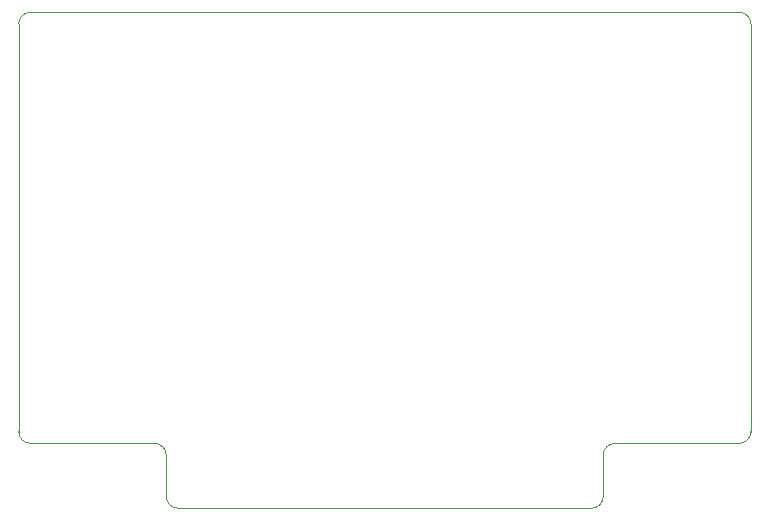
<source format=gm1>
G04 #@! TF.GenerationSoftware,KiCad,Pcbnew,7.0.10*
G04 #@! TF.CreationDate,2024-01-29T09:48:01-06:00*
G04 #@! TF.ProjectId,oled_expander,6f6c6564-5f65-4787-9061-6e6465722e6b,1.1*
G04 #@! TF.SameCoordinates,Original*
G04 #@! TF.FileFunction,Profile,NP*
%FSLAX46Y46*%
G04 Gerber Fmt 4.6, Leading zero omitted, Abs format (unit mm)*
G04 Created by KiCad (PCBNEW 7.0.10) date 2024-01-29 09:48:01*
%MOMM*%
%LPD*%
G01*
G04 APERTURE LIST*
G04 #@! TA.AperFunction,Profile*
%ADD10C,0.050000*%
G04 #@! TD*
G04 APERTURE END LIST*
D10*
X102242893Y-88742893D02*
G75*
G03*
X103242893Y-87742893I7J999993D01*
G01*
X104242893Y-83242893D02*
G75*
G03*
X103242893Y-84242893I7J-1000007D01*
G01*
X114742893Y-83242893D02*
G75*
G03*
X115742893Y-82242893I7J999993D01*
G01*
X103242893Y-84242893D02*
X103242893Y-87742893D01*
X114742893Y-83242893D02*
X104242893Y-83242893D01*
X66242907Y-87742893D02*
G75*
G03*
X67242893Y-88742893I999993J-7D01*
G01*
X66242907Y-84242893D02*
G75*
G03*
X65242893Y-83242893I-1000007J-7D01*
G01*
X53742907Y-82242893D02*
G75*
G03*
X54742893Y-83242893I999993J-7D01*
G01*
X67242893Y-88742893D02*
X67742893Y-88742893D01*
X66242893Y-84242893D02*
X66242893Y-87742893D01*
X54742893Y-83242893D02*
X65242893Y-83242893D01*
X102242893Y-88742893D02*
X67742893Y-88742893D01*
X54742893Y-46742893D02*
X114742893Y-46742893D01*
X53742893Y-82242893D02*
X53742893Y-47742893D01*
X115742907Y-47742893D02*
G75*
G03*
X114742893Y-46742893I-1000007J-7D01*
G01*
X54742893Y-46742893D02*
G75*
G03*
X53742893Y-47742893I7J-1000007D01*
G01*
X115742893Y-47742893D02*
X115742893Y-82242893D01*
M02*

</source>
